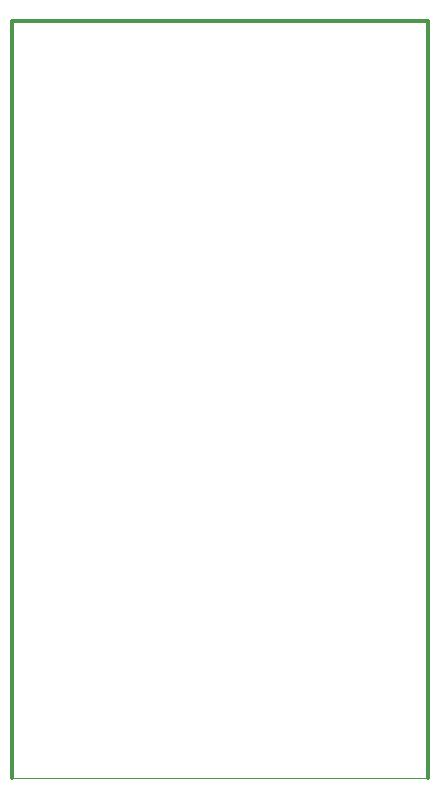
<source format=gbp>
G04 EAGLE Gerber RS-274X export*
G75*
%MOMM*%
%FSLAX34Y34*%
%LPD*%
%INSMD-Paste Unterseite*%
%IPPOS*%
%AMOC8*
5,1,8,0,0,1.08239X$1,22.5*%
G01*
%ADD10C,0.000000*%
%ADD11C,0.304800*%


D10*
X0Y0D02*
X352300Y0D01*
D11*
X352300Y641250D01*
X0Y641250D01*
X0Y0D01*
M02*

</source>
